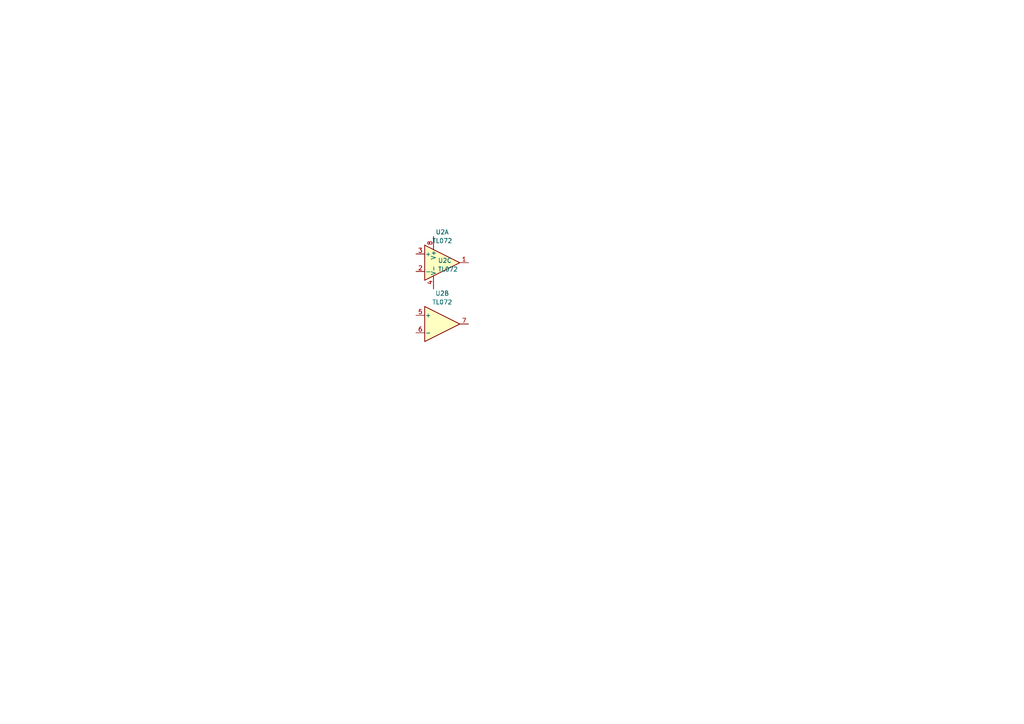
<source format=kicad_sch>
(kicad_sch (version 20230121) (generator eeschema)

  (uuid c9ec5322-bf0f-4cf1-b2b0-58daa094f2ae)

  (paper "A4")

  (lib_symbols
    (symbol "Amplifier_Operational:TL072" (pin_names (offset 0.127)) (in_bom yes) (on_board yes)
      (property "Reference" "U" (at 0 5.08 0)
        (effects (font (size 1.27 1.27)) (justify left))
      )
      (property "Value" "TL072" (at 0 -5.08 0)
        (effects (font (size 1.27 1.27)) (justify left))
      )
      (property "Footprint" "" (at 0 0 0)
        (effects (font (size 1.27 1.27)) hide)
      )
      (property "Datasheet" "http://www.ti.com/lit/ds/symlink/tl071.pdf" (at 0 0 0)
        (effects (font (size 1.27 1.27)) hide)
      )
      (property "ki_locked" "" (at 0 0 0)
        (effects (font (size 1.27 1.27)))
      )
      (property "ki_keywords" "dual opamp" (at 0 0 0)
        (effects (font (size 1.27 1.27)) hide)
      )
      (property "ki_description" "Dual Low-Noise JFET-Input Operational Amplifiers, DIP-8/SOIC-8" (at 0 0 0)
        (effects (font (size 1.27 1.27)) hide)
      )
      (property "ki_fp_filters" "SOIC*3.9x4.9mm*P1.27mm* DIP*W7.62mm* TO*99* OnSemi*Micro8* TSSOP*3x3mm*P0.65mm* TSSOP*4.4x3mm*P0.65mm* MSOP*3x3mm*P0.65mm* SSOP*3.9x4.9mm*P0.635mm* LFCSP*2x2mm*P0.5mm* *SIP* SOIC*5.3x6.2mm*P1.27mm*" (at 0 0 0)
        (effects (font (size 1.27 1.27)) hide)
      )
      (symbol "TL072_1_1"
        (polyline
          (pts
            (xy -5.08 5.08)
            (xy 5.08 0)
            (xy -5.08 -5.08)
            (xy -5.08 5.08)
          )
          (stroke (width 0.254) (type default))
          (fill (type background))
        )
        (pin output line (at 7.62 0 180) (length 2.54)
          (name "~" (effects (font (size 1.27 1.27))))
          (number "1" (effects (font (size 1.27 1.27))))
        )
        (pin input line (at -7.62 -2.54 0) (length 2.54)
          (name "-" (effects (font (size 1.27 1.27))))
          (number "2" (effects (font (size 1.27 1.27))))
        )
        (pin input line (at -7.62 2.54 0) (length 2.54)
          (name "+" (effects (font (size 1.27 1.27))))
          (number "3" (effects (font (size 1.27 1.27))))
        )
      )
      (symbol "TL072_2_1"
        (polyline
          (pts
            (xy -5.08 5.08)
            (xy 5.08 0)
            (xy -5.08 -5.08)
            (xy -5.08 5.08)
          )
          (stroke (width 0.254) (type default))
          (fill (type background))
        )
        (pin input line (at -7.62 2.54 0) (length 2.54)
          (name "+" (effects (font (size 1.27 1.27))))
          (number "5" (effects (font (size 1.27 1.27))))
        )
        (pin input line (at -7.62 -2.54 0) (length 2.54)
          (name "-" (effects (font (size 1.27 1.27))))
          (number "6" (effects (font (size 1.27 1.27))))
        )
        (pin output line (at 7.62 0 180) (length 2.54)
          (name "~" (effects (font (size 1.27 1.27))))
          (number "7" (effects (font (size 1.27 1.27))))
        )
      )
      (symbol "TL072_3_1"
        (pin power_in line (at -2.54 -7.62 90) (length 3.81)
          (name "V-" (effects (font (size 1.27 1.27))))
          (number "4" (effects (font (size 1.27 1.27))))
        )
        (pin power_in line (at -2.54 7.62 270) (length 3.81)
          (name "V+" (effects (font (size 1.27 1.27))))
          (number "8" (effects (font (size 1.27 1.27))))
        )
      )
    )
  )


  (symbol (lib_id "Amplifier_Operational:TL072") (at 128.27 76.2 0) (unit 1)
    (in_bom yes) (on_board yes) (dnp no) (fields_autoplaced)
    (uuid 17872def-f9a4-4204-86f8-433cae244dfc)
    (property "Reference" "U2" (at 128.27 67.31 0)
      (effects (font (size 1.27 1.27)))
    )
    (property "Value" "TL072" (at 128.27 69.85 0)
      (effects (font (size 1.27 1.27)))
    )
    (property "Footprint" "Package_SO:SOIC-8_3.9x4.9mm_P1.27mm" (at 128.27 76.2 0)
      (effects (font (size 1.27 1.27)) hide)
    )
    (property "Datasheet" "http://www.ti.com/lit/ds/symlink/tl071.pdf" (at 128.27 76.2 0)
      (effects (font (size 1.27 1.27)) hide)
    )
    (pin "1" (uuid aeceee58-e8b0-42fe-a914-5a5495578799))
    (pin "2" (uuid b708b370-dbb6-4c44-af46-456b890adc57))
    (pin "3" (uuid 8488b254-6965-4bd1-ab98-fd9b695ecb41))
    (pin "5" (uuid fa4f0709-c737-47e7-bcfe-b46935c00642))
    (pin "6" (uuid c3e9c45b-c42d-4de7-ab91-8efbf0141eb1))
    (pin "7" (uuid 0d76d49a-6d9c-4e6f-ad81-9ed223225890))
    (pin "4" (uuid 28ab08cd-ea00-4d95-8676-11e989e67cef))
    (pin "8" (uuid 731923d3-5196-41df-952f-7fe4af084a55))
    (instances
      (project "Audio_Module"
        (path "/d02e40c9-ccec-400e-b892-2088ebe3bbd0"
          (reference "U2") (unit 1)
        )
        (path "/d02e40c9-ccec-400e-b892-2088ebe3bbd0/1432cd46-439e-4614-ac92-dd441566c47e"
          (reference "U2") (unit 1)
        )
      )
    )
  )

  (symbol (lib_id "Amplifier_Operational:TL072") (at 128.27 93.98 0) (unit 2)
    (in_bom yes) (on_board yes) (dnp no) (fields_autoplaced)
    (uuid 23608cef-c982-4c93-99e6-32d8616500a5)
    (property "Reference" "U2" (at 128.27 85.09 0)
      (effects (font (size 1.27 1.27)))
    )
    (property "Value" "TL072" (at 128.27 87.63 0)
      (effects (font (size 1.27 1.27)))
    )
    (property "Footprint" "Package_SO:SOIC-8_3.9x4.9mm_P1.27mm" (at 128.27 93.98 0)
      (effects (font (size 1.27 1.27)) hide)
    )
    (property "Datasheet" "http://www.ti.com/lit/ds/symlink/tl071.pdf" (at 128.27 93.98 0)
      (effects (font (size 1.27 1.27)) hide)
    )
    (pin "1" (uuid 0e34e4e6-8e5e-4abf-87eb-993f3aae78b8))
    (pin "2" (uuid 02287665-6ae5-48f1-9b47-1da89ace09df))
    (pin "3" (uuid 6c8978e8-3bb6-4cdf-8d48-cc68e341c716))
    (pin "5" (uuid 6885200e-5f8c-4705-b89b-b45d3bcfefb0))
    (pin "6" (uuid ac7f55fd-0d43-4063-a348-745b64fe27af))
    (pin "7" (uuid 43a4eadf-0d35-40ec-8763-1fa50efe0762))
    (pin "4" (uuid 3687ddf8-e6df-4a3b-86f4-0cfbab705fcc))
    (pin "8" (uuid 921b2639-20df-40fa-b8b7-2a375ebf4816))
    (instances
      (project "Audio_Module"
        (path "/d02e40c9-ccec-400e-b892-2088ebe3bbd0"
          (reference "U2") (unit 2)
        )
        (path "/d02e40c9-ccec-400e-b892-2088ebe3bbd0/1432cd46-439e-4614-ac92-dd441566c47e"
          (reference "U2") (unit 2)
        )
      )
    )
  )

  (symbol (lib_id "Amplifier_Operational:TL072") (at 128.27 76.2 0) (unit 3)
    (in_bom yes) (on_board yes) (dnp no) (fields_autoplaced)
    (uuid 902fd46d-a317-4176-99e9-242890f83aa3)
    (property "Reference" "U2" (at 127 75.565 0)
      (effects (font (size 1.27 1.27)) (justify left))
    )
    (property "Value" "TL072" (at 127 78.105 0)
      (effects (font (size 1.27 1.27)) (justify left))
    )
    (property "Footprint" "Package_SO:SOIC-8_3.9x4.9mm_P1.27mm" (at 128.27 76.2 0)
      (effects (font (size 1.27 1.27)) hide)
    )
    (property "Datasheet" "http://www.ti.com/lit/ds/symlink/tl071.pdf" (at 128.27 76.2 0)
      (effects (font (size 1.27 1.27)) hide)
    )
    (pin "1" (uuid 97879d4b-775d-481c-af4b-a5a96b233650))
    (pin "2" (uuid 38d29797-9043-47f4-acae-148467ac4a04))
    (pin "3" (uuid b0892467-1e5f-45b7-a596-ceb941c8ff18))
    (pin "5" (uuid 3af96393-ce87-4e31-91b2-02ece882c174))
    (pin "6" (uuid 4590b816-6408-4367-a027-60eb58251727))
    (pin "7" (uuid 635d4fce-0465-46d4-9275-645e1e42f3c4))
    (pin "4" (uuid 125f5bf8-609c-41af-b906-973fcbf42de9))
    (pin "8" (uuid f1f6e687-fba9-47a2-9c08-62c509d4b24a))
    (instances
      (project "Audio_Module"
        (path "/d02e40c9-ccec-400e-b892-2088ebe3bbd0"
          (reference "U2") (unit 3)
        )
        (path "/d02e40c9-ccec-400e-b892-2088ebe3bbd0/1432cd46-439e-4614-ac92-dd441566c47e"
          (reference "U2") (unit 3)
        )
      )
    )
  )
)

</source>
